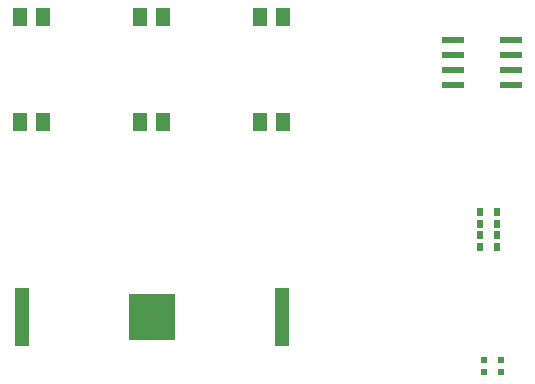
<source format=gbr>
G04 EAGLE Gerber RS-274X export*
G75*
%MOMM*%
%FSLAX34Y34*%
%LPD*%
%INSolderpaste Top*%
%IPPOS*%
%AMOC8*
5,1,8,0,0,1.08239X$1,22.5*%
G01*
%ADD10R,1.300000X1.500000*%
%ADD11R,0.600000X0.550000*%
%ADD12R,0.600000X0.720000*%
%ADD13R,1.270000X5.000000*%
%ADD14R,4.000000X4.000000*%
%ADD15R,1.981200X0.558800*%


D10*
X269900Y381000D03*
X288900Y381000D03*
X168300Y381000D03*
X187300Y381000D03*
X66700Y381000D03*
X85700Y381000D03*
X269900Y292100D03*
X288900Y292100D03*
X168300Y292100D03*
X187300Y292100D03*
X66700Y292100D03*
X85700Y292100D03*
D11*
X459600Y81200D03*
X459600Y90700D03*
X473600Y90700D03*
X473600Y81200D03*
D12*
X469900Y215900D03*
X469900Y206200D03*
X469900Y196500D03*
X469900Y186800D03*
X455900Y215900D03*
X455900Y206200D03*
X455900Y196500D03*
X455900Y186800D03*
D13*
X67800Y127000D03*
X287800Y127000D03*
D14*
X177800Y127000D03*
D15*
X432562Y361950D03*
X432562Y349250D03*
X432562Y336550D03*
X432562Y323850D03*
X481838Y323850D03*
X481838Y336550D03*
X481838Y349250D03*
X481838Y361950D03*
M02*

</source>
